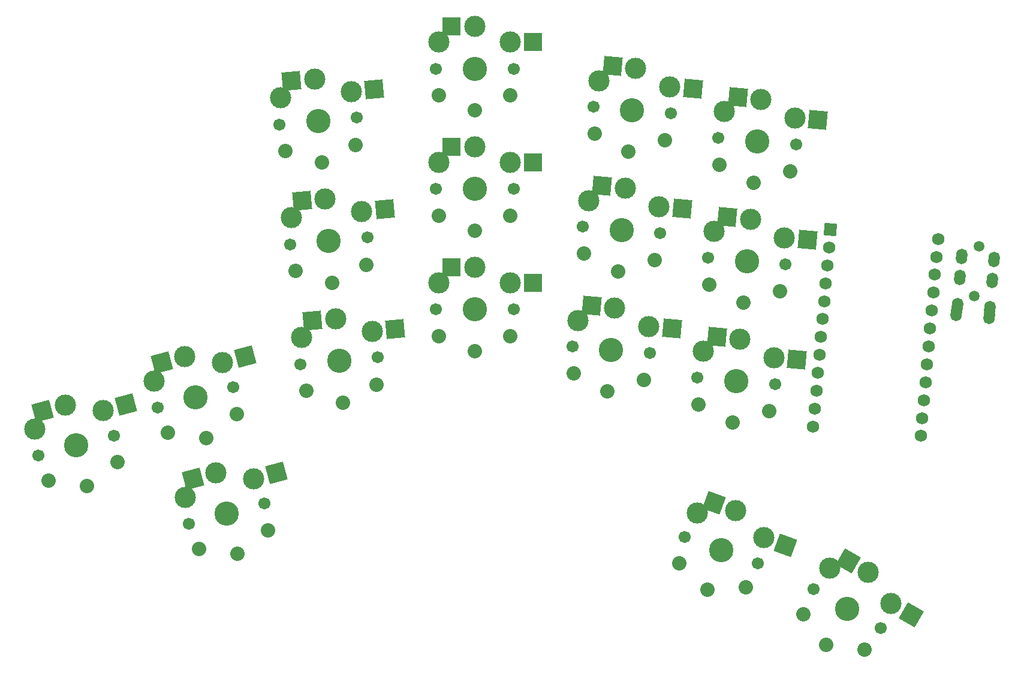
<source format=gbr>
%TF.GenerationSoftware,KiCad,Pcbnew,(6.0.4)*%
%TF.CreationDate,2022-04-14T15:36:21+01:00*%
%TF.ProjectId,axo,61786f2e-6b69-4636-9164-5f7063625858,VERSION_HERE*%
%TF.SameCoordinates,Original*%
%TF.FileFunction,Soldermask,Bot*%
%TF.FilePolarity,Negative*%
%FSLAX46Y46*%
G04 Gerber Fmt 4.6, Leading zero omitted, Abs format (unit mm)*
G04 Created by KiCad (PCBNEW (6.0.4)) date 2022-04-14 15:36:21*
%MOMM*%
%LPD*%
G01*
G04 APERTURE LIST*
G04 Aperture macros list*
%AMHorizOval*
0 Thick line with rounded ends*
0 $1 width*
0 $2 $3 position (X,Y) of the first rounded end (center of the circle)*
0 $4 $5 position (X,Y) of the second rounded end (center of the circle)*
0 Add line between two ends*
20,1,$1,$2,$3,$4,$5,0*
0 Add two circle primitives to create the rounded ends*
1,1,$1,$2,$3*
1,1,$1,$4,$5*%
%AMRotRect*
0 Rectangle, with rotation*
0 The origin of the aperture is its center*
0 $1 length*
0 $2 width*
0 $3 Rotation angle, in degrees counterclockwise*
0 Add horizontal line*
21,1,$1,$2,0,0,$3*%
G04 Aperture macros list end*
%ADD10C,1.701800*%
%ADD11C,3.429000*%
%ADD12C,2.032000*%
%ADD13RotRect,1.752600X1.752600X265.000000*%
%ADD14C,1.752600*%
%ADD15C,3.000000*%
%ADD16RotRect,2.600000X2.600000X15.000000*%
%ADD17RotRect,2.600000X2.600000X355.000000*%
%ADD18R,2.600000X2.600000*%
%ADD19RotRect,2.600000X2.600000X5.000000*%
%ADD20RotRect,2.600000X2.600000X330.000000*%
%ADD21C,1.500000*%
%ADD22HorizOval,1.600000X-0.026147X-0.298858X0.026147X0.298858X0*%
%ADD23RotRect,2.600000X2.600000X340.000000*%
G04 APERTURE END LIST*
D10*
%TO.C,S6*%
X138502586Y-137830472D03*
D11*
X133189994Y-139253977D03*
D10*
X127877402Y-140677482D03*
D12*
X129343877Y-144218590D03*
X139003136Y-141630400D03*
X134717026Y-144952939D03*
X134717026Y-144952939D03*
%TD*%
D13*
%TO.C,C1*%
X239724411Y-108740527D03*
D14*
X239503036Y-111270862D03*
X239281660Y-113801196D03*
X239060284Y-116331531D03*
X238838909Y-118861865D03*
X238617533Y-121392200D03*
X238396158Y-123922535D03*
X238174782Y-126452869D03*
X237953406Y-128983204D03*
X237732031Y-131513538D03*
X237510655Y-134043873D03*
X237289280Y-136574207D03*
X254906418Y-110068781D03*
X254685043Y-112599115D03*
X254463667Y-115129450D03*
X254242292Y-117659784D03*
X254020916Y-120190119D03*
X253799540Y-122720453D03*
X253578165Y-125250788D03*
X253356789Y-127781123D03*
X253135414Y-130311457D03*
X252914038Y-132841792D03*
X252692662Y-135372126D03*
X252471287Y-137902461D03*
%TD*%
D10*
%TO.C,S18*%
X194963250Y-86010495D03*
D11*
X189463250Y-86010495D03*
D10*
X183963250Y-86010495D03*
D12*
X194463250Y-89810495D03*
X184463250Y-89810495D03*
X189463250Y-91910495D03*
X189463250Y-91910495D03*
%TD*%
D10*
%TO.C,S26*%
X231908520Y-130612551D03*
X220950378Y-129653837D03*
D11*
X226429449Y-130133194D03*
D12*
X221117284Y-133482955D03*
X231079231Y-134354513D03*
X225915230Y-136010743D03*
X225915230Y-136010743D03*
%TD*%
D11*
%TO.C,S3*%
X150039049Y-132462395D03*
D15*
X148499076Y-126715136D03*
X148499076Y-126715136D03*
D10*
X144726457Y-133885900D03*
D15*
X144238848Y-130134268D03*
D10*
X155351641Y-131038890D03*
D15*
X153898107Y-127546078D03*
D16*
X145335669Y-127562769D03*
X157061514Y-126698446D03*
%TD*%
D10*
%TO.C,S8*%
X164864879Y-127768451D03*
D11*
X170343950Y-127289094D03*
D10*
X175823021Y-126809737D03*
D12*
X175656115Y-130638855D03*
X165694168Y-131510413D03*
X170858169Y-133166643D03*
X170858169Y-133166643D03*
%TD*%
D11*
%TO.C,S34*%
X242089849Y-162319893D03*
D10*
X246852989Y-165069893D03*
X237326709Y-159569893D03*
D12*
X235859722Y-163110790D03*
X244519976Y-168110790D03*
X239139849Y-167429443D03*
X239139849Y-167429443D03*
%TD*%
D10*
%TO.C,S21*%
X215705620Y-109285951D03*
D11*
X210226549Y-108806594D03*
D15*
X210745126Y-102879236D03*
X215534357Y-105506643D03*
D10*
X204747478Y-108327237D03*
D15*
X210745126Y-102879236D03*
X205572410Y-104635085D03*
D17*
X207482588Y-102593800D03*
X218796894Y-105792078D03*
%TD*%
D10*
%TO.C,S22*%
X204747478Y-108327237D03*
D11*
X210226549Y-108806594D03*
D10*
X215705620Y-109285951D03*
D12*
X214876331Y-113027913D03*
X204914384Y-112156355D03*
X209712330Y-114684143D03*
X209712330Y-114684143D03*
%TD*%
D11*
%TO.C,S15*%
X189463249Y-103010493D03*
D15*
X184463249Y-99260493D03*
D10*
X183963249Y-103010493D03*
D15*
X189463249Y-97060493D03*
X189463249Y-97060493D03*
X194463249Y-99260493D03*
D10*
X194963249Y-103010493D03*
D18*
X186188249Y-97060493D03*
X197738249Y-99260493D03*
%TD*%
D11*
%TO.C,S1*%
X154438950Y-148883195D03*
D15*
X152898977Y-143135936D03*
D10*
X149126358Y-150306700D03*
D15*
X152898977Y-143135936D03*
D10*
X159751542Y-147459690D03*
D15*
X148638749Y-146555068D03*
X158298008Y-143966878D03*
D16*
X149735570Y-143983569D03*
X161461415Y-143119246D03*
%TD*%
D15*
%TO.C,S5*%
X137049052Y-134337660D03*
X131650021Y-133506718D03*
D10*
X138502586Y-137830472D03*
X127877402Y-140677482D03*
D15*
X131650021Y-133506718D03*
D11*
X133189994Y-139253977D03*
D15*
X127389793Y-136925850D03*
D16*
X128486614Y-134354351D03*
X140212459Y-133490028D03*
%TD*%
D10*
%TO.C,S24*%
X217187221Y-92350551D03*
X206229079Y-91391837D03*
D11*
X211708150Y-91871194D03*
D12*
X206395985Y-95220955D03*
X216357932Y-96092513D03*
X211193931Y-97748743D03*
X211193931Y-97748743D03*
%TD*%
D11*
%TO.C,S32*%
X224337649Y-154041895D03*
D10*
X219169340Y-152160784D03*
X229505958Y-155923006D03*
D12*
X227736436Y-159322828D03*
X218339509Y-155902626D03*
X222319730Y-159586081D03*
X222319730Y-159586081D03*
%TD*%
D10*
%TO.C,S7*%
X164864879Y-127768451D03*
X175823021Y-126809737D03*
D15*
X169825373Y-121361736D03*
X169825373Y-121361736D03*
D11*
X170343950Y-127289094D03*
D15*
X165036142Y-123989143D03*
X174998089Y-123117585D03*
D19*
X166562836Y-121647171D03*
X178260627Y-122832150D03*
%TD*%
D15*
%TO.C,S9*%
X173516388Y-106182286D03*
X163554441Y-107053844D03*
D10*
X174341320Y-109874438D03*
D11*
X168862249Y-110353795D03*
D15*
X168343672Y-104426437D03*
X168343672Y-104426437D03*
D10*
X163383178Y-110833152D03*
D19*
X165081135Y-104711872D03*
X176778926Y-105896851D03*
%TD*%
D11*
%TO.C,S25*%
X226429449Y-130133194D03*
D15*
X221775310Y-125961685D03*
X226948026Y-124205836D03*
X231737257Y-126833243D03*
X226948026Y-124205836D03*
D10*
X231908520Y-130612551D03*
X220950378Y-129653837D03*
D17*
X223685488Y-123920400D03*
X234999794Y-127118678D03*
%TD*%
D11*
%TO.C,S33*%
X242089849Y-162319893D03*
D15*
X248294976Y-161572298D03*
X239634722Y-156572298D03*
X245064849Y-157167042D03*
X245064849Y-157167042D03*
D10*
X246852989Y-165069893D03*
X237326709Y-159569893D03*
D20*
X242228616Y-155529542D03*
X251131209Y-163209798D03*
%TD*%
D21*
%TO.C,T1*%
X260054562Y-118118120D03*
X260664652Y-111144757D03*
D22*
X257527993Y-120607388D03*
X262110489Y-121008304D03*
X262206360Y-119912490D03*
X257623865Y-119511574D03*
X257972488Y-115526795D03*
X262554983Y-115927711D03*
X258233955Y-112538211D03*
X262816451Y-112939127D03*
%TD*%
D10*
%TO.C,S16*%
X194963249Y-103010493D03*
D11*
X189463249Y-103010493D03*
D10*
X183963249Y-103010493D03*
D12*
X184463249Y-106810493D03*
X194463249Y-106810493D03*
X189463249Y-108910493D03*
X189463249Y-108910493D03*
%TD*%
D11*
%TO.C,S17*%
X189463250Y-86010495D03*
D10*
X183963250Y-86010495D03*
D15*
X189463250Y-80060495D03*
X194463250Y-82260495D03*
X184463250Y-82260495D03*
X189463250Y-80060495D03*
D10*
X194963250Y-86010495D03*
D18*
X186188250Y-80060495D03*
X197738250Y-82260495D03*
%TD*%
D15*
%TO.C,S19*%
X209263425Y-119814536D03*
D10*
X203265777Y-125262537D03*
X214223919Y-126221251D03*
D15*
X204090709Y-121570385D03*
X214052656Y-122441943D03*
D11*
X208744848Y-125741894D03*
D15*
X209263425Y-119814536D03*
D17*
X206000887Y-119529100D03*
X217315193Y-122727378D03*
%TD*%
D11*
%TO.C,S28*%
X227911049Y-113197894D03*
D10*
X222431978Y-112718537D03*
X233390120Y-113677251D03*
D12*
X222598884Y-116547655D03*
X232560831Y-117419213D03*
X227396830Y-119075443D03*
X227396830Y-119075443D03*
%TD*%
D15*
%TO.C,S31*%
X230318688Y-152228148D03*
D10*
X229505958Y-155923006D03*
D15*
X220921761Y-148807947D03*
X226372669Y-148450724D03*
X226372669Y-148450724D03*
D10*
X219169340Y-152160784D03*
D11*
X224337649Y-154041895D03*
D23*
X223295176Y-147330608D03*
X233396181Y-153348264D03*
%TD*%
D11*
%TO.C,S11*%
X167380649Y-93418493D03*
D15*
X166862072Y-87491135D03*
X162072841Y-90118542D03*
D10*
X161901578Y-93897850D03*
D15*
X172034788Y-89246984D03*
D10*
X172859720Y-92939136D03*
D15*
X166862072Y-87491135D03*
D19*
X163599535Y-87776570D03*
X175297326Y-88961549D03*
%TD*%
D10*
%TO.C,S4*%
X144726457Y-133885900D03*
X155351641Y-131038890D03*
D11*
X150039049Y-132462395D03*
D12*
X155852191Y-134838818D03*
X146192932Y-137427008D03*
X151566081Y-138161357D03*
X151566081Y-138161357D03*
%TD*%
D10*
%TO.C,S14*%
X194963250Y-120010493D03*
D11*
X189463250Y-120010493D03*
D10*
X183963250Y-120010493D03*
D12*
X184463250Y-123810493D03*
X194463250Y-123810493D03*
X189463250Y-125910493D03*
X189463250Y-125910493D03*
%TD*%
D10*
%TO.C,S10*%
X163383178Y-110833152D03*
X174341320Y-109874438D03*
D11*
X168862249Y-110353795D03*
D12*
X174174414Y-113703556D03*
X164212467Y-114575114D03*
X169376468Y-116231344D03*
X169376468Y-116231344D03*
%TD*%
D10*
%TO.C,S12*%
X161901578Y-93897850D03*
D11*
X167380649Y-93418493D03*
D10*
X172859720Y-92939136D03*
D12*
X172692814Y-96768254D03*
X162730867Y-97639812D03*
X167894868Y-99296042D03*
X167894868Y-99296042D03*
%TD*%
D15*
%TO.C,S23*%
X212226727Y-85943836D03*
D11*
X211708150Y-91871194D03*
D10*
X217187221Y-92350551D03*
D15*
X217015958Y-88571243D03*
D10*
X206229079Y-91391837D03*
D15*
X207054011Y-87699685D03*
X212226727Y-85943836D03*
D17*
X208964189Y-85658400D03*
X220278495Y-88856678D03*
%TD*%
D11*
%TO.C,S20*%
X208744848Y-125741894D03*
D10*
X214223919Y-126221251D03*
X203265777Y-125262537D03*
D12*
X203432683Y-129091655D03*
X213394630Y-129963213D03*
X208230629Y-131619443D03*
X208230629Y-131619443D03*
%TD*%
D10*
%TO.C,S2*%
X159751542Y-147459690D03*
X149126358Y-150306700D03*
D11*
X154438950Y-148883195D03*
D12*
X150592833Y-153847808D03*
X160252092Y-151259618D03*
X155965982Y-154582157D03*
X155965982Y-154582157D03*
%TD*%
D15*
%TO.C,S27*%
X228429626Y-107270536D03*
X233218857Y-109897943D03*
D11*
X227911049Y-113197894D03*
D15*
X223256910Y-109026385D03*
D10*
X233390120Y-113677251D03*
X222431978Y-112718537D03*
D15*
X228429626Y-107270536D03*
D17*
X225167088Y-106985100D03*
X236481394Y-110183378D03*
%TD*%
D11*
%TO.C,S30*%
X229392750Y-96262594D03*
D10*
X234871821Y-96741951D03*
X223913679Y-95783237D03*
D12*
X234042532Y-100483913D03*
X224080585Y-99612355D03*
X228878531Y-102140143D03*
X228878531Y-102140143D03*
%TD*%
D15*
%TO.C,S29*%
X229911327Y-90335236D03*
D10*
X234871821Y-96741951D03*
D11*
X229392750Y-96262594D03*
D15*
X234700558Y-92962643D03*
D10*
X223913679Y-95783237D03*
D15*
X224738611Y-92091085D03*
X229911327Y-90335236D03*
D17*
X226648789Y-90049800D03*
X237963095Y-93248078D03*
%TD*%
D15*
%TO.C,S13*%
X189463250Y-114060493D03*
D10*
X194963250Y-120010493D03*
D11*
X189463250Y-120010493D03*
D10*
X183963250Y-120010493D03*
D15*
X184463250Y-116260493D03*
X194463250Y-116260493D03*
X189463250Y-114060493D03*
D18*
X186188250Y-114060493D03*
X197738250Y-116260493D03*
%TD*%
M02*

</source>
